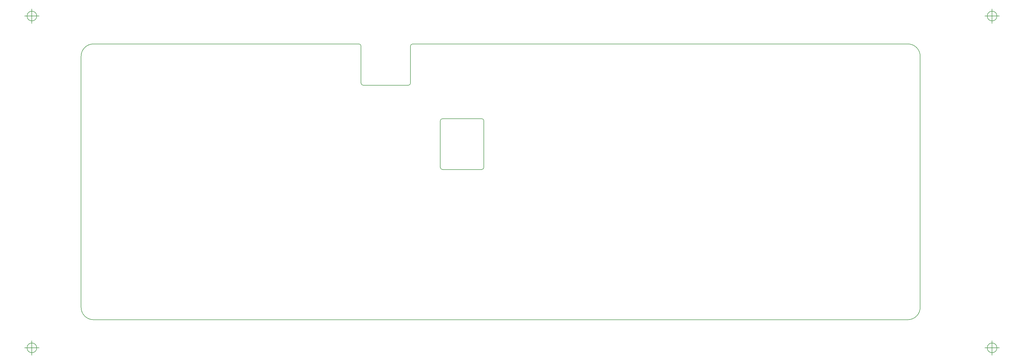
<source format=gbr>
G04 #@! TF.GenerationSoftware,KiCad,Pcbnew,5.1.9*
G04 #@! TF.CreationDate,2021-03-31T15:37:07+02:00*
G04 #@! TF.ProjectId,OTTO-Beta-Main,4f54544f-2d42-4657-9461-2d4d61696e2e,rev?*
G04 #@! TF.SameCoordinates,Original*
G04 #@! TF.FileFunction,Profile,NP*
%FSLAX46Y46*%
G04 Gerber Fmt 4.6, Leading zero omitted, Abs format (unit mm)*
G04 Created by KiCad (PCBNEW 5.1.9) date 2021-03-31 15:37:07*
%MOMM*%
%LPD*%
G01*
G04 APERTURE LIST*
G04 #@! TA.AperFunction,Profile*
%ADD10C,0.150000*%
G04 #@! TD*
G04 APERTURE END LIST*
D10*
X1666666Y0D02*
G75*
G03*
X1666666Y0I-1666666J0D01*
G01*
X-2500000Y0D02*
X2500000Y0D01*
X0Y2500000D02*
X0Y-2500000D01*
X16930000Y-13850000D02*
X16930000Y-100350000D01*
X130200000Y-10350000D02*
G75*
G02*
X130950000Y-9600000I750000J0D01*
G01*
X112450000Y-9600000D02*
G75*
G02*
X113200000Y-10350000I0J-750000D01*
G01*
X112450000Y-9600000D02*
X21180000Y-9600000D01*
X301220000Y-9600000D02*
X130950000Y-9600000D01*
X130200000Y-23100000D02*
G75*
G02*
X129450000Y-23850000I-750000J0D01*
G01*
X113950000Y-23850000D02*
G75*
G02*
X113200000Y-23100000I0J750000D01*
G01*
X113200000Y-10350000D02*
X113200000Y-23100000D01*
X130200000Y-10350000D02*
X130200000Y-23100000D01*
X129450000Y-23850000D02*
X113950000Y-23850000D01*
X141200000Y-52850000D02*
G75*
G02*
X140450000Y-52100000I0J750000D01*
G01*
X155450000Y-52100000D02*
G75*
G02*
X154700000Y-52850000I-750000J0D01*
G01*
X140450000Y-36100000D02*
G75*
G02*
X141200000Y-35350000I750000J0D01*
G01*
X154700000Y-35350000D02*
G75*
G02*
X155450000Y-36100000I0J-750000D01*
G01*
X141200000Y-35350000D02*
X154700000Y-35350000D01*
X141200000Y-52850000D02*
X154700000Y-52850000D01*
X140450000Y-36100000D02*
X140450000Y-52100000D01*
X155450000Y-36100000D02*
X155450000Y-52100000D01*
X1666666Y-114300000D02*
G75*
G03*
X1666666Y-114300000I-1666666J0D01*
G01*
X-2500000Y-114300000D02*
X2500000Y-114300000D01*
X0Y-111800000D02*
X0Y-116800000D01*
X331866666Y-114300000D02*
G75*
G03*
X331866666Y-114300000I-1666666J0D01*
G01*
X327700000Y-114300000D02*
X332700000Y-114300000D01*
X330200000Y-111800000D02*
X330200000Y-116800000D01*
X331866666Y0D02*
G75*
G03*
X331866666Y0I-1666666J0D01*
G01*
X327700000Y0D02*
X332700000Y0D01*
X330200000Y2500000D02*
X330200000Y-2500000D01*
X301220000Y-9600000D02*
G75*
G02*
X305470000Y-13850000I0J-4250000D01*
G01*
X305470000Y-100350000D02*
G75*
G02*
X301220000Y-104600000I-4250000J0D01*
G01*
X21180000Y-104600000D02*
G75*
G02*
X16930000Y-100350000I0J4250000D01*
G01*
X16930000Y-13850000D02*
G75*
G02*
X21180000Y-9600000I4250000J0D01*
G01*
X305470000Y-100350000D02*
X305470000Y-13850000D01*
X21180000Y-104600000D02*
X301220000Y-104600000D01*
M02*

</source>
